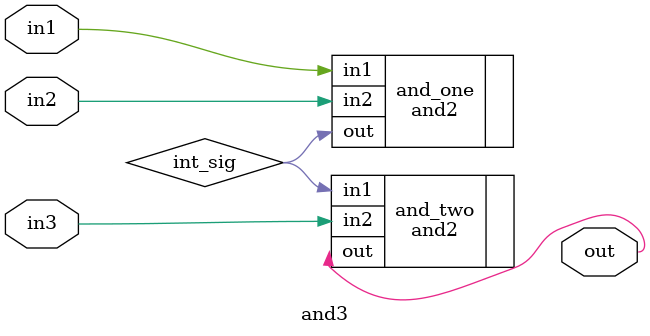
<source format=v>
module and3 (in1,in2,in3,out);
    input in1,in2,in3;
    output out;

    wire int_sig;

    and2 and_one(.in1(in1), .in2(in2), .out(int_sig));
    and2 and_two(.in1(int_sig), .in2(in3), .out(out));

endmodule

</source>
